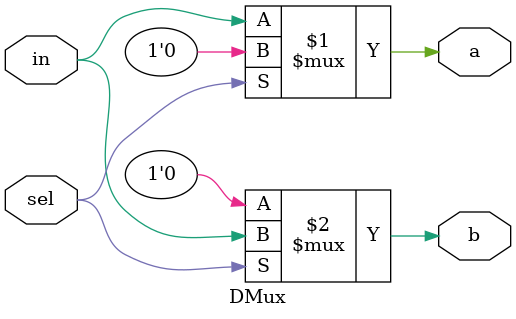
<source format=v>
/**
 * Demultiplexor:
 * {a, b} = {in, 0} if sel == 0
 *          {0, in} if sel == 1
 */

`default_nettype none
module DMux(
	input in,
	input sel,
    output a,
	output b
);

	// Put your code here:
	assign a = (sel) ? 1'b0 : in;
	assign b = (sel) ? in : 1'b0;

endmodule

</source>
